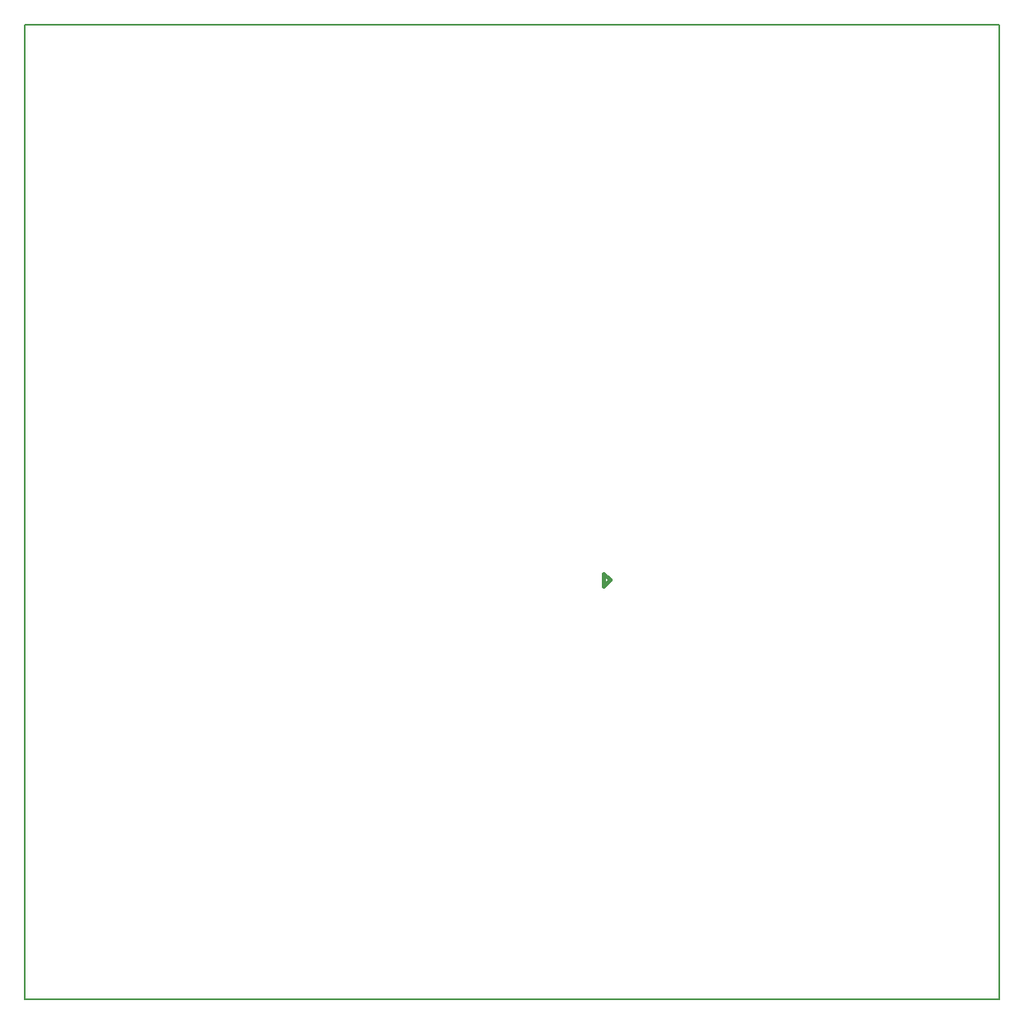
<source format=gbo>
G04 #@! TF.GenerationSoftware,KiCad,Pcbnew,5.1.0*
G04 #@! TF.CreationDate,2019-04-13T19:37:17+02:00*
G04 #@! TF.ProjectId,RAMPS-FD,52414d50-532d-4464-942e-6b696361645f,rev?*
G04 #@! TF.SameCoordinates,Original*
G04 #@! TF.FileFunction,Legend,Bot*
G04 #@! TF.FilePolarity,Positive*
%FSLAX46Y46*%
G04 Gerber Fmt 4.6, Leading zero omitted, Abs format (unit mm)*
G04 Created by KiCad (PCBNEW 5.1.0) date 2019-04-13 19:37:17*
%MOMM*%
%LPD*%
G04 APERTURE LIST*
%ADD10C,0.152400*%
%ADD11C,0.381000*%
%ADD12R,1.924000X1.924000*%
%ADD13C,1.924000*%
%ADD14O,1.924000X1.924000*%
%ADD15R,3.399740X3.399740*%
%ADD16C,3.399740*%
%ADD17C,2.800000*%
%ADD18R,2.800000X2.800000*%
%ADD19O,1.924000X2.940000*%
%ADD20C,3.575000*%
%ADD21C,3.500000*%
%ADD22C,3.400000*%
%ADD23R,2.100000X2.100000*%
%ADD24O,2.100000X2.100000*%
%ADD25C,2.178000*%
%ADD26R,2.178000X2.178000*%
G04 APERTURE END LIST*
D10*
X52324000Y-39573000D02*
X52324000Y-139573000D01*
X152324000Y-39573000D02*
X52324000Y-39573000D01*
X152324000Y-139573000D02*
X152324000Y-39573000D01*
X52324000Y-139573000D02*
X152324000Y-139573000D01*
D11*
X111760000Y-97155000D02*
X111760000Y-95885000D01*
X112395000Y-96520000D02*
X111760000Y-97155000D01*
X111760000Y-95885000D02*
X112395000Y-96520000D01*
%LPC*%
D12*
X130810000Y-101600000D03*
D13*
X128270000Y-101600000D03*
X130810000Y-99060000D03*
X128270000Y-99060000D03*
X130810000Y-96520000D03*
X128270000Y-96520000D03*
X130810000Y-93980000D03*
X128270000Y-93980000D03*
X130810000Y-91440000D03*
X128270000Y-91440000D03*
D12*
X101600000Y-70993000D03*
D13*
X101600000Y-68453000D03*
D14*
X104140000Y-70993000D03*
D13*
X104140000Y-68453000D03*
X106680000Y-70993000D03*
X106680000Y-68453000D03*
X109220000Y-70993000D03*
X109220000Y-68453000D03*
D12*
X119888000Y-106553000D03*
D13*
X119888000Y-109093000D03*
X117348000Y-106553000D03*
X117348000Y-109093000D03*
X114808000Y-106553000D03*
X114808000Y-109093000D03*
X112268000Y-106553000D03*
X112268000Y-109093000D03*
D14*
X88836500Y-65913000D03*
X86296500Y-65913000D03*
X83756500Y-65913000D03*
D12*
X81216500Y-65913000D03*
D13*
X109220000Y-65913000D03*
X106680000Y-65913000D03*
X104140000Y-65913000D03*
D12*
X101600000Y-65913000D03*
D13*
X129540000Y-65976500D03*
X127000000Y-65976500D03*
X124460000Y-65976500D03*
D12*
X121920000Y-65976500D03*
D13*
X130873500Y-111633000D03*
X133413500Y-111633000D03*
X135953500Y-111633000D03*
D12*
X138493500Y-111633000D03*
D13*
X112268000Y-111633000D03*
X114808000Y-111633000D03*
X117348000Y-111633000D03*
D12*
X119888000Y-111633000D03*
D13*
X90360500Y-111633000D03*
X92900500Y-111633000D03*
X95440500Y-111633000D03*
X97980500Y-111633000D03*
D12*
X97983040Y-106547920D03*
D13*
X97983040Y-109087920D03*
X95443040Y-106547920D03*
X95443040Y-109087920D03*
X92903040Y-106547920D03*
X92903040Y-109087920D03*
X90363040Y-106547920D03*
X90363040Y-109087920D03*
D12*
X138480800Y-106553000D03*
D13*
X138480800Y-109093000D03*
X135940800Y-106553000D03*
X135940800Y-109093000D03*
D14*
X133400800Y-106553000D03*
D13*
X133400800Y-109093000D03*
D14*
X130860800Y-106553000D03*
D13*
X130860800Y-109093000D03*
D12*
X81280000Y-70993000D03*
D13*
X81280000Y-68453000D03*
X83820000Y-70993000D03*
X83820000Y-68453000D03*
X86360000Y-70993000D03*
X86360000Y-68453000D03*
X88900000Y-70993000D03*
X88900000Y-68453000D03*
D12*
X121920000Y-70993000D03*
D13*
X121920000Y-68453000D03*
X124460000Y-70993000D03*
X124460000Y-68453000D03*
X127000000Y-70993000D03*
X127000000Y-68453000D03*
X129540000Y-70993000D03*
X129540000Y-68453000D03*
D15*
X57150000Y-107950000D03*
D16*
X57150000Y-102870000D03*
D15*
X57150000Y-95250000D03*
D16*
X57150000Y-90170000D03*
D12*
X127254000Y-134540000D03*
D13*
X124714000Y-134540000D03*
X122174000Y-134540000D03*
X119634000Y-134540000D03*
D12*
X56515000Y-45085000D03*
D13*
X56515000Y-42545000D03*
D12*
X100330000Y-134620000D03*
D13*
X97790000Y-134620000D03*
X95250000Y-134620000D03*
X92710000Y-134620000D03*
D12*
X115189000Y-134540000D03*
D13*
X112649000Y-134540000D03*
X110109000Y-134540000D03*
X107569000Y-134540000D03*
D12*
X139319000Y-134540000D03*
D13*
X136779000Y-134540000D03*
X134239000Y-134540000D03*
X131699000Y-134540000D03*
D12*
X83845400Y-43078400D03*
D13*
X86385400Y-43078400D03*
X88925400Y-43078400D03*
X91465400Y-43078400D03*
D12*
X107950000Y-43078400D03*
D13*
X110490000Y-43078400D03*
X113030000Y-43078400D03*
X115570000Y-43078400D03*
D12*
X137160000Y-88900000D03*
D13*
X139700000Y-88900000D03*
X137160000Y-91440000D03*
X139700000Y-91440000D03*
X137160000Y-93980000D03*
X139700000Y-93980000D03*
X137160000Y-96520000D03*
X139700000Y-96520000D03*
X137160000Y-99060000D03*
X139700000Y-99060000D03*
X137160000Y-101600000D03*
X139700000Y-101600000D03*
D12*
X119228000Y-43078400D03*
D13*
X121768000Y-43078400D03*
X124308000Y-43078400D03*
X126848000Y-43078400D03*
D17*
X56580000Y-60988000D03*
D18*
X56580000Y-64488000D03*
D12*
X148567000Y-58750200D03*
D13*
X148567000Y-61290200D03*
D17*
X56580000Y-80038000D03*
D18*
X56580000Y-83538000D03*
D17*
X56580000Y-70513000D03*
D18*
X56580000Y-74013000D03*
D12*
X56515000Y-56515000D03*
D13*
X56515000Y-53975000D03*
D12*
X56515000Y-50800000D03*
D13*
X56515000Y-48260000D03*
X116967000Y-96520000D03*
X116967000Y-99060000D03*
X116967000Y-101600000D03*
X114427000Y-101600000D03*
X114427000Y-99060000D03*
X114427000Y-96520000D03*
D19*
X78740000Y-124460000D03*
X81280000Y-124460000D03*
X69596000Y-76200000D03*
X72136000Y-76200000D03*
D13*
X147320000Y-119380000D03*
X144780000Y-119380000D03*
X147320000Y-116840000D03*
X144780000Y-116840000D03*
X147320000Y-114300000D03*
X144780000Y-114300000D03*
X147320000Y-111760000D03*
X144780000Y-111760000D03*
X147320000Y-109220000D03*
X144780000Y-109220000D03*
X147320000Y-106680000D03*
X144780000Y-106680000D03*
X147320000Y-104140000D03*
X144780000Y-104140000D03*
X147320000Y-101600000D03*
X144780000Y-101600000D03*
X147320000Y-99060000D03*
X144780000Y-99060000D03*
X147320000Y-96520000D03*
X144780000Y-96520000D03*
X147320000Y-93980000D03*
X144780000Y-93980000D03*
X147320000Y-91440000D03*
X144780000Y-91440000D03*
X144780000Y-88900000D03*
X147320000Y-88900000D03*
X147320000Y-76200000D03*
X144780000Y-76200000D03*
X147320000Y-86360000D03*
X144780000Y-86360000D03*
X147320000Y-83820000D03*
X144780000Y-83820000D03*
X147320000Y-81280000D03*
X144780000Y-81280000D03*
X147320000Y-78740000D03*
X144780000Y-78740000D03*
D20*
X64770000Y-124460000D03*
X66040000Y-76200000D03*
D21*
X140970000Y-76200000D03*
D20*
X147320000Y-124460000D03*
D19*
X88900000Y-124460000D03*
X74676000Y-76200000D03*
X77216000Y-76200000D03*
X79756000Y-76200000D03*
X82296000Y-76200000D03*
X84836000Y-76200000D03*
X87376000Y-76200000D03*
X89916000Y-76200000D03*
X92456000Y-76200000D03*
X96520000Y-76200000D03*
X99060000Y-76200000D03*
X101600000Y-76200000D03*
X104140000Y-76200000D03*
X106680000Y-76200000D03*
X109220000Y-76200000D03*
X111760000Y-76200000D03*
X114300000Y-76200000D03*
X83820000Y-124460000D03*
X86360000Y-124460000D03*
X91440000Y-124460000D03*
X93980000Y-124460000D03*
X96520000Y-124460000D03*
X106680000Y-124460000D03*
X104140000Y-124460000D03*
X101600000Y-124460000D03*
X109220000Y-124460000D03*
X111760000Y-124460000D03*
X114300000Y-124460000D03*
X132080000Y-124460000D03*
X129540000Y-124460000D03*
X127000000Y-124460000D03*
X116840000Y-124460000D03*
X119380000Y-124460000D03*
X124460000Y-124460000D03*
X134620000Y-124460000D03*
X137160000Y-124460000D03*
X139700000Y-124460000D03*
X142240000Y-124460000D03*
X137160000Y-76200000D03*
X134620000Y-76200000D03*
X132080000Y-76200000D03*
X129540000Y-76200000D03*
X127000000Y-76200000D03*
X124460000Y-76200000D03*
X121920000Y-76200000D03*
X119380000Y-76200000D03*
D12*
X88265000Y-134620000D03*
D13*
X85725000Y-134620000D03*
X83185000Y-134620000D03*
D15*
X57150000Y-130810000D03*
D16*
X57150000Y-125730000D03*
X57150000Y-115570000D03*
X57150000Y-120650000D03*
D22*
X65864000Y-130298720D03*
X65864000Y-133698720D03*
X75614000Y-130298720D03*
X75614000Y-133698720D03*
X64594000Y-108933720D03*
X67994000Y-108933720D03*
X64594000Y-99183720D03*
X67994000Y-99183720D03*
X65864000Y-115693720D03*
X65864000Y-119093720D03*
X75614000Y-115693720D03*
X75614000Y-119093720D03*
D23*
X107696000Y-104267000D03*
D24*
X107696000Y-106807000D03*
D23*
X81711800Y-108915200D03*
D24*
X84251800Y-108915200D03*
X86791800Y-108915200D03*
D23*
X88900000Y-102870000D03*
D24*
X86360000Y-102870000D03*
X83820000Y-102870000D03*
D23*
X104076500Y-106680000D03*
D24*
X101536500Y-106680000D03*
D23*
X136906000Y-69596000D03*
D24*
X136906000Y-67056000D03*
D23*
X95377000Y-41148000D03*
D24*
X95377000Y-43688000D03*
X95377000Y-46228000D03*
D23*
X97917000Y-41148000D03*
D24*
X97917000Y-43688000D03*
X97917000Y-46228000D03*
D23*
X100457000Y-41148000D03*
D24*
X100457000Y-43688000D03*
X100457000Y-46228000D03*
D23*
X102997000Y-41148000D03*
D24*
X102997000Y-43688000D03*
X102997000Y-46228000D03*
D23*
X123240800Y-89027000D03*
D13*
X123240800Y-91567000D03*
X123240800Y-94107000D03*
X123240800Y-96647000D03*
X123240800Y-99187000D03*
X123240800Y-101727000D03*
D23*
X78740000Y-41910000D03*
D24*
X76200000Y-41910000D03*
X73660000Y-41910000D03*
X71120000Y-41910000D03*
D23*
X147955000Y-137459720D03*
D24*
X145415000Y-137459720D03*
D23*
X130810000Y-43180000D03*
D24*
X133350000Y-43180000D03*
X135890000Y-43180000D03*
X138430000Y-43180000D03*
D23*
X149860000Y-119380000D03*
D24*
X149860000Y-116840000D03*
X149860000Y-114300000D03*
X149860000Y-111760000D03*
X149860000Y-109220000D03*
X149860000Y-106680000D03*
X149860000Y-104140000D03*
X149860000Y-101600000D03*
X149860000Y-99060000D03*
X149860000Y-96520000D03*
X149860000Y-93980000D03*
X149860000Y-91440000D03*
X149860000Y-88900000D03*
X149860000Y-86360000D03*
X149860000Y-83820000D03*
X149860000Y-81280000D03*
X149860000Y-78740000D03*
X149860000Y-76200000D03*
D23*
X78740000Y-44450000D03*
D24*
X76200000Y-44450000D03*
X73660000Y-44450000D03*
X71120000Y-44450000D03*
X68580000Y-44450000D03*
X66040000Y-44450000D03*
D23*
X149860000Y-72390000D03*
D24*
X147320000Y-72390000D03*
X149860000Y-69850000D03*
X147320000Y-69850000D03*
X149860000Y-67310000D03*
X147320000Y-67310000D03*
X149860000Y-64770000D03*
X147320000Y-64770000D03*
D23*
X144678400Y-41148000D03*
D24*
X144678400Y-43688000D03*
X144678400Y-46228000D03*
X144678400Y-48768000D03*
X144678400Y-51308000D03*
X144678400Y-53848000D03*
D23*
X147193000Y-41148000D03*
D24*
X149733000Y-41148000D03*
X147193000Y-43688000D03*
X149733000Y-43688000D03*
X147193000Y-46228000D03*
X149733000Y-46228000D03*
X147193000Y-48768000D03*
X149733000Y-48768000D03*
X147193000Y-51308000D03*
X149733000Y-51308000D03*
X147193000Y-53848000D03*
X149733000Y-53848000D03*
D25*
X70485000Y-60655200D03*
X67945000Y-60655200D03*
D26*
X73025000Y-60655200D03*
D25*
X70490100Y-83073200D03*
X67950100Y-83073200D03*
D26*
X73030100Y-83073200D03*
D25*
X70485000Y-68580000D03*
X67945000Y-68580000D03*
D26*
X73025000Y-68580000D03*
D25*
X70479900Y-91620300D03*
X67939900Y-91620300D03*
D26*
X73019900Y-91620300D03*
D25*
X85725000Y-91440000D03*
D26*
X83185000Y-91440000D03*
D25*
X80645000Y-91440000D03*
X85725000Y-83185000D03*
D26*
X83185000Y-83185000D03*
D25*
X80645000Y-83185000D03*
D13*
X119380000Y-63500000D03*
X121920000Y-63500000D03*
X124460000Y-63500000D03*
X127000000Y-63500000D03*
X129540000Y-63500000D03*
X132080000Y-63500000D03*
X134620000Y-63500000D03*
X137160000Y-63500000D03*
X137160000Y-50800000D03*
X134620000Y-50800000D03*
X132080000Y-50800000D03*
X129540000Y-50800000D03*
X127000000Y-50800000D03*
X124460000Y-50800000D03*
X121920000Y-50800000D03*
X119380000Y-50800000D03*
X99060000Y-63500000D03*
X101600000Y-63500000D03*
X104140000Y-63500000D03*
X106680000Y-63500000D03*
X109220000Y-63500000D03*
X111760000Y-63500000D03*
X114300000Y-63500000D03*
X116840000Y-63500000D03*
X116840000Y-50800000D03*
X114300000Y-50800000D03*
X111760000Y-50800000D03*
X109220000Y-50800000D03*
X106680000Y-50800000D03*
X104140000Y-50800000D03*
X101600000Y-50800000D03*
X99060000Y-50800000D03*
X78740000Y-63500000D03*
X81280000Y-63500000D03*
X83820000Y-63500000D03*
X86360000Y-63500000D03*
X88900000Y-63500000D03*
X91440000Y-63500000D03*
X93980000Y-63500000D03*
X96520000Y-63500000D03*
X96520000Y-50800000D03*
X93980000Y-50800000D03*
X91440000Y-50800000D03*
X88900000Y-50800000D03*
X86360000Y-50800000D03*
X83820000Y-50800000D03*
X81280000Y-50800000D03*
X78740000Y-50800000D03*
X140970000Y-114935000D03*
X138430000Y-114935000D03*
X135890000Y-114935000D03*
X133350000Y-114935000D03*
X130810000Y-114935000D03*
X128270000Y-114935000D03*
X125730000Y-114935000D03*
X123190000Y-114935000D03*
X123190000Y-127635000D03*
X125730000Y-127635000D03*
X128270000Y-127635000D03*
X130810000Y-127635000D03*
X133350000Y-127635000D03*
X135890000Y-127635000D03*
X138430000Y-127635000D03*
X140970000Y-127635000D03*
X120650000Y-114935000D03*
X118110000Y-114935000D03*
X115570000Y-114935000D03*
X113030000Y-114935000D03*
X110490000Y-114935000D03*
X107950000Y-114935000D03*
X105410000Y-114935000D03*
X102870000Y-114935000D03*
X102870000Y-127635000D03*
X105410000Y-127635000D03*
X107950000Y-127635000D03*
X110490000Y-127635000D03*
X113030000Y-127635000D03*
X115570000Y-127635000D03*
X118110000Y-127635000D03*
X120650000Y-127635000D03*
X100330000Y-114935000D03*
X97790000Y-114935000D03*
X95250000Y-114935000D03*
X92710000Y-114935000D03*
X90170000Y-114935000D03*
X87630000Y-114935000D03*
X85090000Y-114935000D03*
X82550000Y-114935000D03*
X82550000Y-127635000D03*
X85090000Y-127635000D03*
X87630000Y-127635000D03*
X90170000Y-127635000D03*
X92710000Y-127635000D03*
X95250000Y-127635000D03*
X97790000Y-127635000D03*
X100330000Y-127635000D03*
M02*

</source>
